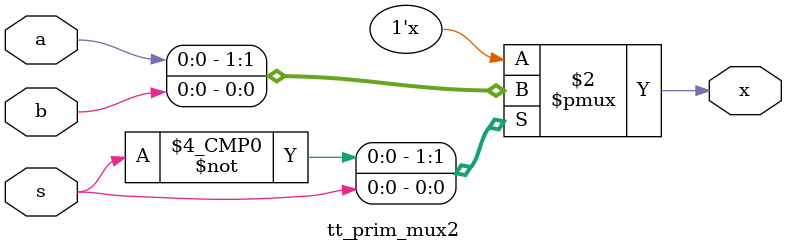
<source format=v>
/*
 * tt_prim_mux2.v
 *
 * TT Primitive
 * Mux2
 *
 * Copyright (c) 2023 Sylvain Munaut <tnt@246tNt.com>
 * SPDX-License-Identifier: Apache-2.0
 */

`default_nettype none

module tt_prim_mux2 (
	input  wire a,
	input  wire b,
	output reg  x,
	input  wire s
);

	always @(*)
		case (s)
			1'b0:   x = a;
			1'b1:   x = b;
			default: x = 1'bx;
		endcase

endmodule // tt_prim_mux2

</source>
